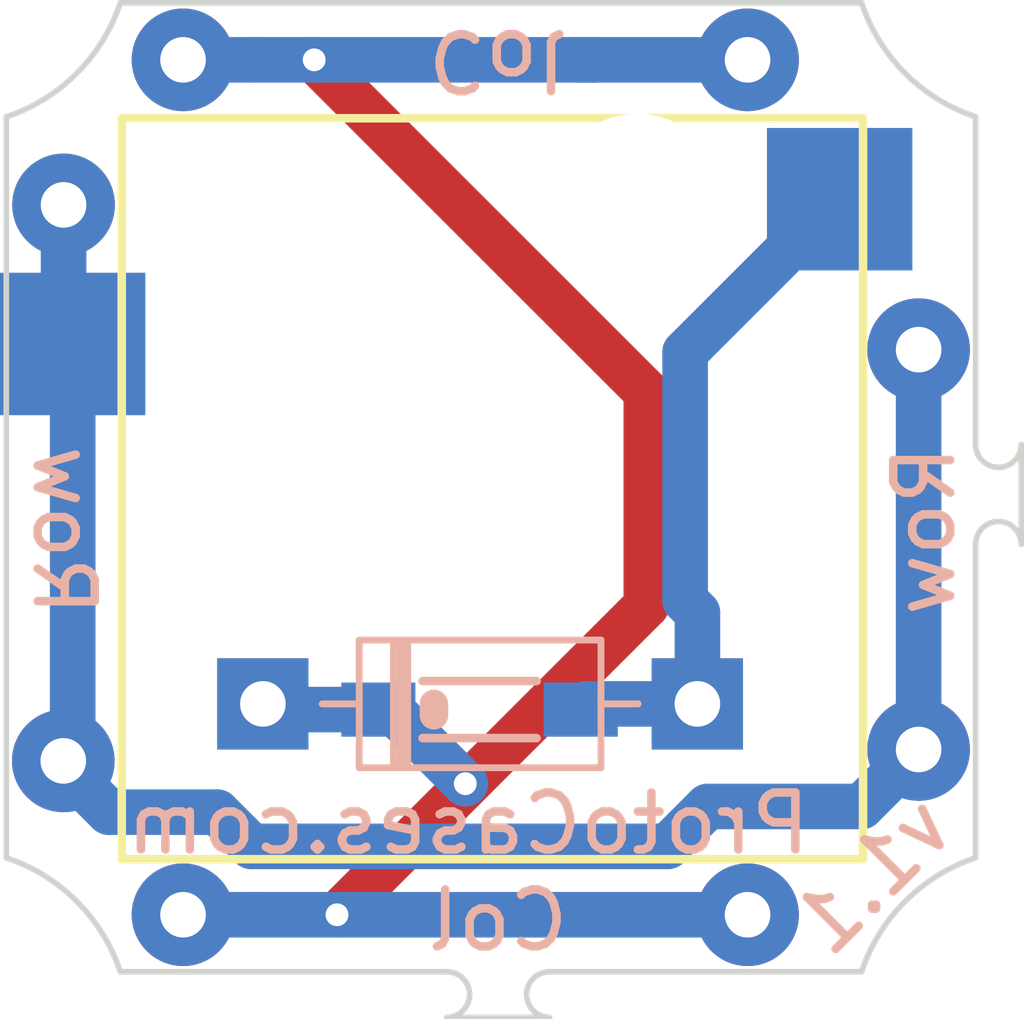
<source format=kicad_pcb>
(kicad_pcb (version 20171130) (host pcbnew "(5.1.4)-1")

  (general
    (thickness 1.6)
    (drawings 22)
    (tracks 41)
    (zones 0)
    (modules 11)
    (nets 4)
  )

  (page A4)
  (title_block
    (title Cherry-Mx-Bitboard-Re-19.05mm)
    (date 2018-09-15)
    (rev 1)
  )

  (layers
    (0 F.Cu signal)
    (31 B.Cu signal)
    (32 B.Adhes user)
    (33 F.Adhes user)
    (34 B.Paste user)
    (35 F.Paste user)
    (36 B.SilkS user)
    (37 F.SilkS user)
    (38 B.Mask user)
    (39 F.Mask user)
    (40 Dwgs.User user)
    (41 Cmts.User user)
    (42 Eco1.User user)
    (43 Eco2.User user)
    (44 Edge.Cuts user)
    (45 Margin user)
    (46 B.CrtYd user)
    (47 F.CrtYd user)
    (48 B.Fab user)
    (49 F.Fab user)
  )

  (setup
    (last_trace_width 0.8)
    (trace_clearance 0.3)
    (zone_clearance 0.508)
    (zone_45_only no)
    (trace_min 0.2)
    (via_size 0.8)
    (via_drill 0.4)
    (via_min_size 0.4)
    (via_min_drill 0.3)
    (uvia_size 0.3)
    (uvia_drill 0.1)
    (uvias_allowed no)
    (uvia_min_size 0.2)
    (uvia_min_drill 0.1)
    (edge_width 0.1)
    (segment_width 0.2)
    (pcb_text_width 0.3)
    (pcb_text_size 1.5 1.5)
    (mod_edge_width 0.15)
    (mod_text_size 1 1)
    (mod_text_width 0.15)
    (pad_size 1.8 1.8)
    (pad_drill 0.8)
    (pad_to_mask_clearance 0)
    (aux_axis_origin 80.645 139.065)
    (grid_origin 80.645 43.815)
    (visible_elements 7FFFFF7F)
    (pcbplotparams
      (layerselection 0x010fc_ffffffff)
      (usegerberextensions true)
      (usegerberattributes false)
      (usegerberadvancedattributes false)
      (creategerberjobfile false)
      (excludeedgelayer true)
      (linewidth 0.100000)
      (plotframeref false)
      (viasonmask false)
      (mode 1)
      (useauxorigin false)
      (hpglpennumber 1)
      (hpglpenspeed 20)
      (hpglpendiameter 15.000000)
      (psnegative false)
      (psa4output false)
      (plotreference true)
      (plotvalue true)
      (plotinvisibletext false)
      (padsonsilk false)
      (subtractmaskfromsilk true)
      (outputformat 1)
      (mirror false)
      (drillshape 0)
      (scaleselection 1)
      (outputdirectory "Gerber/"))
  )

  (net 0 "")
  (net 1 "Net-(D1-Pad2)")
  (net 2 Col1)
  (net 3 Row1)

  (net_class Default "これはデフォルトのネット クラスです。"
    (clearance 0.3)
    (trace_width 0.8)
    (via_dia 0.8)
    (via_drill 0.4)
    (uvia_dia 0.3)
    (uvia_drill 0.1)
    (add_net Col1)
    (add_net "Net-(D1-Pad2)")
    (add_net Row1)
  )

  (module Footprints:1N4148W (layer B.Cu) (tedit 5E15B11F) (tstamp 5E14E96A)
    (at 88.645 57.615)
    (path /5B954373)
    (fp_text reference D1 (at 4.07 0.06) (layer B.SilkS) hide
      (effects (font (size 1 1) (thickness 0.15)) (justify mirror))
    )
    (fp_text value 1N4148W (at 3.91 -1.76) (layer B.Fab)
      (effects (font (size 0.5 0.5) (thickness 0.125)) (justify mirror))
    )
    (fp_line (start 8.67 1.25) (end -1.05 1.25) (layer B.CrtYd) (width 0.05))
    (fp_line (start -1.05 -1.25) (end 8.67 -1.25) (layer B.CrtYd) (width 0.05))
    (fp_line (start -1.05 1.25) (end -1.05 -1.25) (layer B.CrtYd) (width 0.05))
    (fp_line (start 8.67 1.25) (end 8.67 -1.25) (layer B.CrtYd) (width 0.05))
    (fp_line (start 5.81 1) (end 1.81 1) (layer B.Fab) (width 0.1))
    (fp_line (start 1.81 -1) (end 5.81 -1) (layer B.Fab) (width 0.1))
    (fp_line (start 1.81 1) (end 1.81 -1) (layer B.Fab) (width 0.1))
    (fp_line (start 5.81 1) (end 5.81 -1) (layer B.Fab) (width 0.1))
    (fp_line (start 5.93 1.12) (end 1.69 1.12) (layer B.SilkS) (width 0.12))
    (fp_line (start 1.69 -1.12) (end 5.93 -1.12) (layer B.SilkS) (width 0.12))
    (fp_line (start 1.69 1.12) (end 1.69 -1.12) (layer B.SilkS) (width 0.12))
    (fp_line (start 5.93 1.12) (end 5.93 -1.12) (layer B.SilkS) (width 0.12))
    (fp_line (start 2.31 1) (end 2.31 -1) (layer B.Fab) (width 0.1))
    (fp_line (start 2.29 1.12) (end 2.29 -1.12) (layer B.SilkS) (width 0.12))
    (fp_line (start 2.54 1.12) (end 2.54 -1.12) (layer B.SilkS) (width 0.12))
    (fp_line (start 2.41 1.12) (end 2.41 -1.12) (layer B.SilkS) (width 0.12))
    (fp_line (start 0 0) (end 1.81 0) (layer B.Fab) (width 0.1))
    (fp_line (start 7.62 0) (end 5.81 0) (layer B.Fab) (width 0.1))
    (fp_line (start 1.04 0) (end 1.69 0) (layer B.SilkS) (width 0.12))
    (fp_line (start 6.58 0) (end 5.93 0) (layer B.SilkS) (width 0.12))
    (fp_line (start 2.48 1.12) (end 2.48 -1.12) (layer B.SilkS) (width 0.12))
    (pad 1 thru_hole rect (at 0 0) (size 1.6 1.6) (drill 0.8) (layers *.Cu *.Mask)
      (net 2 Col1))
    (pad 2 thru_hole rect (at 7.62 0) (size 1.6 1.6) (drill 0.8) (layers *.Cu *.Mask)
      (net 1 "Net-(D1-Pad2)"))
  )

  (module Footprints:1N4148W (layer B.Cu) (tedit 5A4B862C) (tstamp 5E14B9BD)
    (at 92.445 57.715)
    (path /5E1FCD4B)
    (fp_text reference D2 (at 0 -1.524) (layer B.SilkS) hide
      (effects (font (size 1 1) (thickness 0.15)) (justify mirror))
    )
    (fp_text value 1N4148W (at 0 1) (layer B.Fab)
      (effects (font (size 0.5 0.5) (thickness 0.1)) (justify mirror))
    )
    (fp_line (start -1 0.5) (end 1 0.5) (layer B.SilkS) (width 0.15))
    (fp_line (start -1 -0.5) (end 1 -0.5) (layer B.SilkS) (width 0.15))
    (fp_line (start -0.8 0.1) (end -0.8 -0.1) (layer B.SilkS) (width 0.5))
    (pad 2 smd rect (at 1.775 0) (size 1.3 0.95) (layers B.Cu B.Paste B.Mask)
      (net 1 "Net-(D1-Pad2)"))
    (pad 1 smd rect (at -1.775 0) (size 1.3 0.95) (layers B.Cu B.Paste B.Mask)
      (net 2 Col1))
  )

  (module Footprints:CherryMx_Socket (layer F.Cu) (tedit 5E14501A) (tstamp 5E14C0B3)
    (at 92.67 53.84)
    (path /5B598EC8)
    (fp_text reference SW1 (at 0 3.175 180) (layer F.SilkS) hide
      (effects (font (size 1.5 1.5) (thickness 0.2)))
    )
    (fp_text value SW_Push (at 0 -2.54) (layer Cmts.User) hide
      (effects (font (size 0.5 0.5) (thickness 0.1)))
    )
    (fp_arc (start 0 0) (end 0.25 0) (angle -180) (layer B.SilkS) (width 0.1))
    (fp_arc (start 0 0) (end -0.25 0) (angle -180) (layer B.SilkS) (width 0.1))
    (fp_line (start -6.5 6.5) (end -6.5 -6.5) (layer F.SilkS) (width 0.15))
    (fp_line (start 6.5 6.5) (end -6.5 6.5) (layer F.SilkS) (width 0.15))
    (fp_line (start 6.5 -6.5) (end 6.5 6.5) (layer F.SilkS) (width 0.15))
    (fp_line (start -6.5 -6.5) (end 6.5 -6.5) (layer F.SilkS) (width 0.15))
    (pad 1 smd rect (at -7.36 -2.54) (size 2.55 2.5) (layers B.Cu B.Paste B.Mask)
      (net 3 Row1))
    (pad 2 smd rect (at 6.09 -5.08) (size 2.55 2.5) (layers B.Cu B.Paste B.Mask)
      (net 1 "Net-(D1-Pad2)"))
    (pad "" np_thru_hole circle (at -5.08 0) (size 2 2) (drill 2) (layers *.Cu *.Mask))
    (pad "" np_thru_hole circle (at -3.81 -2.54) (size 3 3) (drill 3) (layers *.Cu *.Mask))
    (pad "" np_thru_hole circle (at 0 0) (size 4 4) (drill 4) (layers *.Cu *.Mask))
    (pad "" np_thru_hole circle (at 2.54 -5.08) (size 3 3) (drill 3) (layers *.Cu *.Mask))
    (pad "" np_thru_hole circle (at 5.08 0) (size 2 2) (drill 2) (layers *.Cu *.Mask))
  )

  (module Footprints:Wirepad (layer B.Cu) (tedit 5E1488F2) (tstamp 5E14BCA5)
    (at 87.245 46.315)
    (path /5B8A669A)
    (fp_text reference Col111 (at 0 -1.778) (layer B.SilkS) hide
      (effects (font (size 1 1) (thickness 0.15)) (justify mirror))
    )
    (fp_text value Conn_01x01 (at 0 1.778) (layer B.Fab) hide
      (effects (font (size 1 1) (thickness 0.15)) (justify mirror))
    )
    (pad 1 thru_hole circle (at 0 0) (size 1.8 1.8) (drill 0.8) (layers *.Cu *.Mask)
      (net 2 Col1))
  )

  (module Footprints:Wirepad (layer B.Cu) (tedit 5E1488EE) (tstamp 5E14BAE6)
    (at 97.145 46.315)
    (path /5BCE08C8)
    (fp_text reference Col112 (at 0 -1.778) (layer B.SilkS) hide
      (effects (font (size 1 1) (thickness 0.15)) (justify mirror))
    )
    (fp_text value Conn_01x01 (at 0 1.778) (layer B.Fab) hide
      (effects (font (size 1 1) (thickness 0.15)) (justify mirror))
    )
    (pad 1 thru_hole circle (at 0 0) (size 1.8 1.8) (drill 0.8) (layers *.Cu *.Mask)
      (net 2 Col1))
  )

  (module Footprints:Wirepad (layer B.Cu) (tedit 5E1488FF) (tstamp 5B9EE5D8)
    (at 87.245 61.315)
    (path /5BD12023)
    (fp_text reference Col113 (at 0 -1.778) (layer B.SilkS) hide
      (effects (font (size 1 1) (thickness 0.15)) (justify mirror))
    )
    (fp_text value Conn_01x01 (at 0 1.778) (layer B.Fab) hide
      (effects (font (size 1 1) (thickness 0.15)) (justify mirror))
    )
    (pad 1 thru_hole circle (at 0 0) (size 1.8 1.8) (drill 0.8) (layers *.Cu *.Mask)
      (net 2 Col1))
  )

  (module Footprints:Wirepad (layer B.Cu) (tedit 5E148904) (tstamp 5E14C137)
    (at 97.145 61.315)
    (path /5BD1233F)
    (fp_text reference Col114 (at 0 -1.778) (layer B.SilkS) hide
      (effects (font (size 1 1) (thickness 0.15)) (justify mirror))
    )
    (fp_text value Conn_01x01 (at 0 1.778) (layer B.Fab) hide
      (effects (font (size 1 1) (thickness 0.15)) (justify mirror))
    )
    (pad 1 thru_hole circle (at 0 0) (size 1.8 1.8) (drill 0.8) (layers *.Cu *.Mask)
      (net 2 Col1))
  )

  (module Footprints:Wirepad (layer B.Cu) (tedit 5E1488F7) (tstamp 5B9EDCE1)
    (at 85.15 48.86)
    (path /5B8A59A9)
    (fp_text reference Row111 (at 0 -1.778) (layer B.SilkS) hide
      (effects (font (size 1 1) (thickness 0.15)) (justify mirror))
    )
    (fp_text value Conn_01x01 (at 0 1.778) (layer B.Fab) hide
      (effects (font (size 1 1) (thickness 0.15)) (justify mirror))
    )
    (pad 1 thru_hole circle (at 0 0) (size 1.8 1.8) (drill 0.8) (layers *.Cu *.Mask)
      (net 3 Row1))
  )

  (module Footprints:Wirepad (layer B.Cu) (tedit 5E1488FB) (tstamp 5B9EDC81)
    (at 85.145 58.615)
    (path /5B8A9836)
    (fp_text reference Row112 (at 0 -1.778) (layer B.SilkS) hide
      (effects (font (size 1 1) (thickness 0.15)) (justify mirror))
    )
    (fp_text value Conn_01x01 (at 0 1.778) (layer B.Fab) hide
      (effects (font (size 1 1) (thickness 0.15)) (justify mirror))
    )
    (pad 1 thru_hole circle (at 0 0) (size 1.8 1.8) (drill 0.8) (layers *.Cu *.Mask)
      (net 3 Row1))
  )

  (module Footprints:Wirepad (layer B.Cu) (tedit 5E1488E8) (tstamp 5B9EDCC9)
    (at 100.145 51.4)
    (path /5BCDE34F)
    (fp_text reference Row113 (at 0 -1.778) (layer B.SilkS) hide
      (effects (font (size 1 1) (thickness 0.15)) (justify mirror))
    )
    (fp_text value Conn_01x01 (at 0 1.778) (layer B.Fab) hide
      (effects (font (size 1 1) (thickness 0.15)) (justify mirror))
    )
    (pad 1 thru_hole circle (at 0 0) (size 1.8 1.8) (drill 0.8) (layers *.Cu *.Mask)
      (net 3 Row1))
  )

  (module Footprints:Wirepad (layer B.Cu) (tedit 5E14890A) (tstamp 5E14C15B)
    (at 100.145 58.415)
    (path /5BCDE64E)
    (fp_text reference Row114 (at 0 -1.778) (layer B.SilkS) hide
      (effects (font (size 1 1) (thickness 0.15)) (justify mirror))
    )
    (fp_text value Conn_01x01 (at 0 1.778) (layer B.Fab) hide
      (effects (font (size 1 1) (thickness 0.15)) (justify mirror))
    )
    (pad 1 thru_hole circle (at 0 0) (size 1.8 1.8) (drill 0.8) (layers *.Cu *.Mask)
      (net 3 Row1))
  )

  (gr_line (start 91.87 63.115001) (end 93.67 63.114999) (layer Edge.Cuts) (width 0.1) (tstamp 5E14CDB9))
  (gr_line (start 101.945001 53.065) (end 101.945 54.815) (layer Edge.Cuts) (width 0.1) (tstamp 5E14CDB8))
  (gr_arc (start 83.145001 44.315001) (end 84.145 47.315) (angle -53.13010235) (layer Edge.Cuts) (width 0.1) (tstamp 5E14CD93))
  (gr_arc (start 83.145 63.314999) (end 86.144999 62.315) (angle -53.13010235) (layer Edge.Cuts) (width 0.1) (tstamp 5E14CD93))
  (gr_arc (start 102.145 63.315) (end 101.145001 60.315001) (angle -53.13010235) (layer Edge.Cuts) (width 0.1) (tstamp 5E14CD7A))
  (gr_arc (start 102.145 44.315) (end 99.145001 45.314999) (angle -53.13010235) (layer Edge.Cuts) (width 0.1))
  (gr_text v1.1 (at 99.345 60.615 45) (layer B.SilkS)
    (effects (font (size 1 1) (thickness 0.15)) (justify mirror))
  )
  (gr_text ProtoCases.com (at 92.245 59.715) (layer B.SilkS)
    (effects (font (size 1 1) (thickness 0.15)) (justify mirror))
  )
  (gr_arc (start 101.545 54.815) (end 101.945 54.815) (angle -180) (layer Edge.Cuts) (width 0.1))
  (gr_arc (start 101.545 53.065) (end 101.144999 53.065) (angle -180) (layer Edge.Cuts) (width 0.1))
  (gr_line (start 93.67 62.315001) (end 99.145001 62.315) (layer Edge.Cuts) (width 0.1))
  (gr_line (start 101.145 54.815) (end 101.145001 60.315001) (layer Edge.Cuts) (width 0.1))
  (gr_arc (start 91.869999 62.715) (end 91.87 63.115001) (angle -180) (layer Edge.Cuts) (width 0.1))
  (gr_arc (start 93.67 62.715) (end 93.67 62.315001) (angle -180) (layer Edge.Cuts) (width 0.1))
  (gr_line (start 86.145 45.315001) (end 99.145001 45.314999) (layer Edge.Cuts) (width 0.1))
  (gr_line (start 86.144999 62.315) (end 91.869998 62.314999) (layer Edge.Cuts) (width 0.1))
  (gr_line (start 84.145 47.315) (end 84.145 60.315) (layer Edge.Cuts) (width 0.1))
  (gr_line (start 101.145 47.314999) (end 101.144999 53.065) (layer Edge.Cuts) (width 0.1))
  (gr_text Row (at 100.245 54.575 90) (layer B.SilkS) (tstamp 5BA0286C)
    (effects (font (size 1 1) (thickness 0.15)) (justify mirror))
  )
  (gr_text Row (at 85.15 54.575 270) (layer B.SilkS) (tstamp 5BA02034)
    (effects (font (size 1 1) (thickness 0.15)) (justify mirror))
  )
  (gr_text Col (at 92.77 61.415) (layer B.SilkS) (tstamp 5BA01C18)
    (effects (font (size 1 1) (thickness 0.15)) (justify mirror))
  )
  (gr_text Col (at 92.77 46.32 180) (layer B.SilkS) (tstamp 5BA013DE)
    (effects (font (size 1 1) (thickness 0.15)) (justify mirror))
  )

  (segment (start 98.835 48.86) (end 98.86 48.86) (width 0.3) (layer B.Cu) (net 1) (status 30))
  (segment (start 96.265 56.015) (end 96.265 57.615) (width 0.8) (layer B.Cu) (net 1))
  (segment (start 96.049999 55.799999) (end 96.265 56.015) (width 0.8) (layer B.Cu) (net 1))
  (segment (start 96.049999 51.445001) (end 96.049999 55.799999) (width 0.8) (layer B.Cu) (net 1))
  (segment (start 98.735 48.76) (end 96.049999 51.445001) (width 0.8) (layer B.Cu) (net 1))
  (segment (start 98.76 48.76) (end 98.735 48.76) (width 0.8) (layer B.Cu) (net 1))
  (segment (start 94.32 57.615) (end 94.22 57.715) (width 0.8) (layer B.Cu) (net 1))
  (segment (start 96.265 57.615) (end 94.32 57.615) (width 0.8) (layer B.Cu) (net 1))
  (segment (start 87.245 46.315) (end 88.517792 46.315) (width 0.8) (layer B.Cu) (net 2))
  (segment (start 87.245 61.315) (end 88.517792 61.315) (width 0.8) (layer B.Cu) (net 2))
  (segment (start 94.445 46.315) (end 94.145 46.315) (width 0.8) (layer B.Cu) (net 2))
  (segment (start 94.445 46.315) (end 97.345 46.315) (width 0.8) (layer B.Cu) (net 2))
  (via (at 89.945 61.315) (size 0.8) (drill 0.4) (layers F.Cu B.Cu) (net 2))
  (segment (start 88.517792 61.315) (end 89.945 61.315) (width 0.8) (layer B.Cu) (net 2))
  (segment (start 89.945 61.315) (end 97.345 61.315) (width 0.8) (layer B.Cu) (net 2))
  (segment (start 90.67 57.715) (end 90.845 57.715) (width 0.8) (layer B.Cu) (net 2))
  (segment (start 88.745 57.715) (end 88.645 57.615) (width 0.8) (layer B.Cu) (net 2))
  (segment (start 90.67 57.715) (end 88.745 57.715) (width 0.8) (layer B.Cu) (net 2))
  (via (at 92.195 59.015) (size 0.8) (drill 0.4) (layers F.Cu B.Cu) (net 2))
  (segment (start 90.67 57.715) (end 90.895 57.715) (width 0.8) (layer B.Cu) (net 2))
  (segment (start 90.895 57.715) (end 92.195 59.015) (width 0.8) (layer B.Cu) (net 2))
  (via (at 89.545 46.315) (size 0.8) (drill 0.4) (layers F.Cu B.Cu) (net 2))
  (segment (start 95.370001 52.140001) (end 89.545 46.315) (width 0.8) (layer F.Cu) (net 2))
  (segment (start 95.370001 55.889999) (end 95.370001 52.140001) (width 0.8) (layer F.Cu) (net 2))
  (segment (start 89.945 61.315) (end 95.370001 55.889999) (width 0.8) (layer F.Cu) (net 2))
  (segment (start 88.517792 46.315) (end 89.545 46.315) (width 0.8) (layer B.Cu) (net 2))
  (segment (start 89.545 46.315) (end 94.445 46.315) (width 0.8) (layer B.Cu) (net 2))
  (segment (start 85.15 51.14) (end 85.41 51.4) (width 0.3) (layer B.Cu) (net 3) (status 30))
  (segment (start 85.15 51.66) (end 85.41 51.4) (width 0.3) (layer B.Cu) (net 3) (status 30))
  (segment (start 100.145 51.4) (end 100.145 58.915) (width 0.8) (layer B.Cu) (net 3))
  (segment (start 85.15 51.14) (end 85.31 51.3) (width 0.8) (layer B.Cu) (net 3))
  (segment (start 85.15 48.86) (end 85.15 51.14) (width 0.8) (layer B.Cu) (net 3))
  (segment (start 85.31 51.3) (end 85.31 58.755) (width 0.8) (layer B.Cu) (net 3))
  (segment (start 85.31 58.755) (end 85.15 58.915) (width 0.8) (layer B.Cu) (net 3))
  (segment (start 99.145 59.415) (end 100.145 58.415) (width 0.8) (layer B.Cu) (net 3))
  (segment (start 85.944999 59.514999) (end 87.844979 59.514999) (width 0.8) (layer B.Cu) (net 3))
  (segment (start 85.045 58.615) (end 85.944999 59.514999) (width 0.8) (layer B.Cu) (net 3))
  (segment (start 87.844979 59.514999) (end 88.44498 60.115) (width 0.8) (layer B.Cu) (net 3))
  (segment (start 88.44498 60.115) (end 95.745 60.115) (width 0.8) (layer B.Cu) (net 3))
  (segment (start 95.745 60.115) (end 96.445 59.415) (width 0.8) (layer B.Cu) (net 3))
  (segment (start 96.445 59.415) (end 99.145 59.415) (width 0.8) (layer B.Cu) (net 3))

)

</source>
